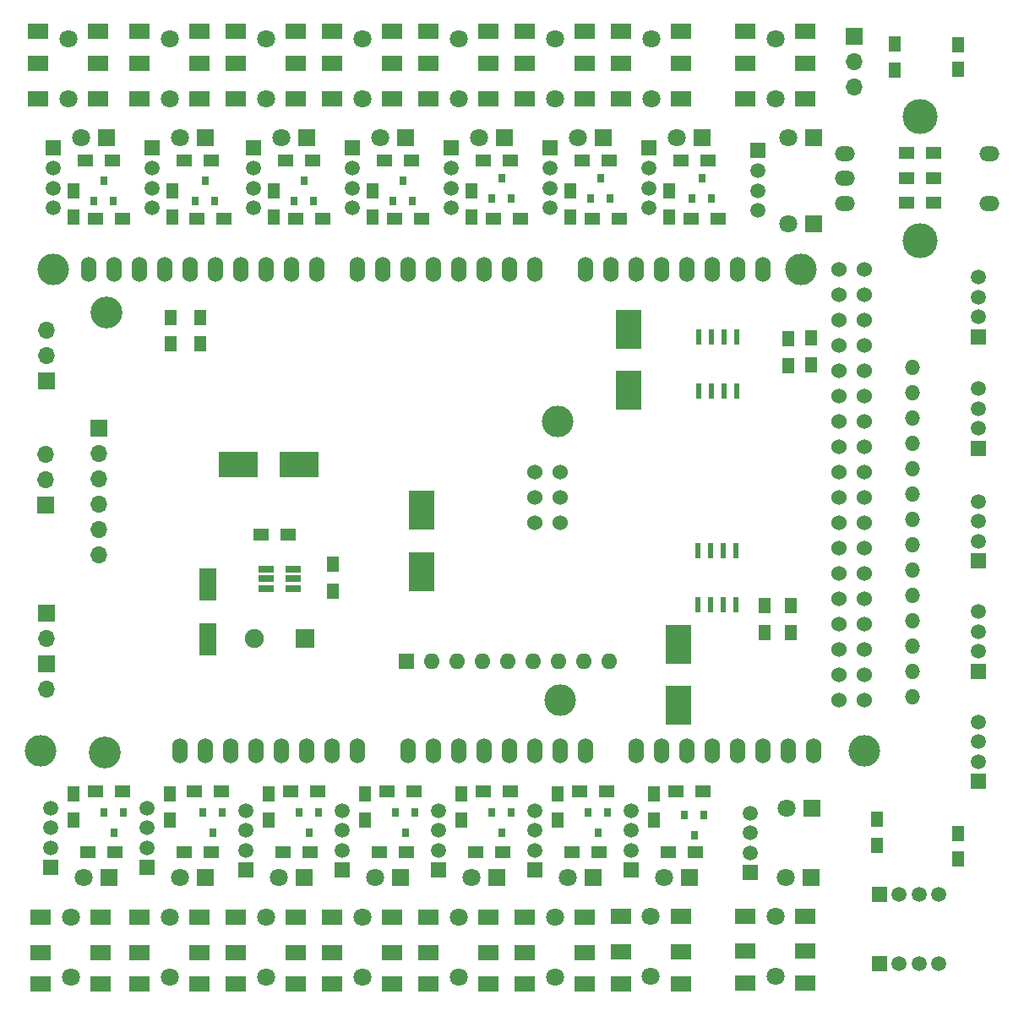
<source format=gbr>
G04 #@! TF.FileFunction,Soldermask,Bot*
%FSLAX46Y46*%
G04 Gerber Fmt 4.6, Leading zero omitted, Abs format (unit mm)*
G04 Created by KiCad (PCBNEW 4.0.6-e0-6349~53~ubuntu16.04.1) date Thu Jun 29 18:49:34 2017*
%MOMM*%
%LPD*%
G01*
G04 APERTURE LIST*
%ADD10C,0.100000*%
%ADD11R,4.000000X2.500000*%
%ADD12R,2.500000X4.000000*%
%ADD13R,1.250000X1.500000*%
%ADD14R,1.800000X1.800000*%
%ADD15C,1.800000*%
%ADD16O,1.998980X1.501140*%
%ADD17C,3.500120*%
%ADD18R,1.905000X1.905000*%
%ADD19C,1.905000*%
%ADD20R,1.700000X1.700000*%
%ADD21O,1.700000X1.700000*%
%ADD22R,1.500000X1.500000*%
%ADD23C,1.500000*%
%ADD24R,1.300000X1.500000*%
%ADD25R,1.500000X1.300000*%
%ADD26R,1.600000X1.600000*%
%ADD27O,1.600000X1.600000*%
%ADD28R,1.560000X0.650000*%
%ADD29R,0.600000X1.550000*%
%ADD30O,1.524000X1.524000*%
%ADD31R,2.000000X1.500000*%
%ADD32R,0.800100X0.899160*%
%ADD33O,1.524000X2.540000*%
%ADD34C,3.175000*%
%ADD35C,1.524000*%
%ADD36R,1.700000X3.300000*%
%ADD37C,3.200000*%
G04 APERTURE END LIST*
D10*
D11*
X145603500Y-66230500D03*
X151703500Y-66230500D03*
D12*
X163957000Y-76964000D03*
X163957000Y-70864000D03*
X184721500Y-52703000D03*
X184721500Y-58803000D03*
X189712600Y-90375200D03*
X189712600Y-84275200D03*
D13*
X217678000Y-105771000D03*
X217678000Y-103271000D03*
X217678000Y-24150000D03*
X217678000Y-26650000D03*
D14*
X132588000Y-107696000D03*
D15*
X130048000Y-107696000D03*
D14*
X142240000Y-107696000D03*
D15*
X139700000Y-107696000D03*
D14*
X152146000Y-107696000D03*
D15*
X149606000Y-107696000D03*
D14*
X161798000Y-107696000D03*
D15*
X159258000Y-107696000D03*
D14*
X171450000Y-107696000D03*
D15*
X168910000Y-107696000D03*
D14*
X181102000Y-107696000D03*
D15*
X178562000Y-107696000D03*
D14*
X190754000Y-107696000D03*
D15*
X188214000Y-107696000D03*
D14*
X132334000Y-33528000D03*
D15*
X129794000Y-33528000D03*
D14*
X142240000Y-33528000D03*
D15*
X139700000Y-33528000D03*
D14*
X152400000Y-33528000D03*
D15*
X149860000Y-33528000D03*
D14*
X162306000Y-33528000D03*
D15*
X159766000Y-33528000D03*
D14*
X172212000Y-33528000D03*
D15*
X169672000Y-33528000D03*
D14*
X182118000Y-33528000D03*
D15*
X179578000Y-33528000D03*
D14*
X192024000Y-33528000D03*
D15*
X189484000Y-33528000D03*
D14*
X203009500Y-107696000D03*
D15*
X200469500Y-107696000D03*
D14*
X203073000Y-100711000D03*
D15*
X200533000Y-100711000D03*
D14*
X203200000Y-33464500D03*
D15*
X200660000Y-33464500D03*
D14*
X203200000Y-42100500D03*
D15*
X200660000Y-42100500D03*
D16*
X206367380Y-35092640D03*
X206367380Y-37592000D03*
X206367380Y-40091360D03*
D17*
X213868000Y-31391860D03*
X213868000Y-43792140D03*
D16*
X220868240Y-35092640D03*
X220868240Y-40091360D03*
D18*
X152273000Y-83693000D03*
D19*
X147193000Y-83693000D03*
D20*
X126365000Y-81153000D03*
D21*
X126365000Y-83693000D03*
D20*
X126365000Y-86233000D03*
D21*
X126365000Y-88773000D03*
D22*
X126746000Y-106680000D03*
D23*
X126746000Y-104680000D03*
X126746000Y-102680000D03*
X126746000Y-100680000D03*
D22*
X136398000Y-106680000D03*
D23*
X136398000Y-104680000D03*
X136398000Y-102680000D03*
X136398000Y-100680000D03*
D22*
X146304000Y-106934000D03*
D23*
X146304000Y-104934000D03*
X146304000Y-102934000D03*
X146304000Y-100934000D03*
D22*
X155956000Y-106934000D03*
D23*
X155956000Y-104934000D03*
X155956000Y-102934000D03*
X155956000Y-100934000D03*
D22*
X165608000Y-106934000D03*
D23*
X165608000Y-104934000D03*
X165608000Y-102934000D03*
X165608000Y-100934000D03*
D22*
X175260000Y-106934000D03*
D23*
X175260000Y-104934000D03*
X175260000Y-102934000D03*
X175260000Y-100934000D03*
D22*
X184912000Y-106934000D03*
D23*
X184912000Y-104934000D03*
X184912000Y-102934000D03*
X184912000Y-100934000D03*
D22*
X127000000Y-34544000D03*
D23*
X127000000Y-36544000D03*
X127000000Y-38544000D03*
X127000000Y-40544000D03*
D22*
X136906000Y-34544000D03*
D23*
X136906000Y-36544000D03*
X136906000Y-38544000D03*
X136906000Y-40544000D03*
D22*
X147066000Y-34544000D03*
D23*
X147066000Y-36544000D03*
X147066000Y-38544000D03*
X147066000Y-40544000D03*
D22*
X156972000Y-34544000D03*
D23*
X156972000Y-36544000D03*
X156972000Y-38544000D03*
X156972000Y-40544000D03*
D22*
X166878000Y-34544000D03*
D23*
X166878000Y-36544000D03*
X166878000Y-38544000D03*
X166878000Y-40544000D03*
D22*
X176784000Y-34544000D03*
D23*
X176784000Y-36544000D03*
X176784000Y-38544000D03*
X176784000Y-40544000D03*
D22*
X186690000Y-34544000D03*
D23*
X186690000Y-36544000D03*
X186690000Y-38544000D03*
X186690000Y-40544000D03*
D22*
X196850000Y-107188000D03*
D23*
X196850000Y-105188000D03*
X196850000Y-103188000D03*
X196850000Y-101188000D03*
D22*
X197612000Y-34798000D03*
D23*
X197612000Y-36798000D03*
X197612000Y-38798000D03*
X197612000Y-40798000D03*
D20*
X126365000Y-57912000D03*
D21*
X126365000Y-55372000D03*
X126365000Y-52832000D03*
D20*
X126238000Y-70358000D03*
D21*
X126238000Y-67818000D03*
X126238000Y-65278000D03*
D20*
X207264000Y-23368000D03*
D21*
X207264000Y-25908000D03*
X207264000Y-28448000D03*
D24*
X129032000Y-99234000D03*
X129032000Y-101934000D03*
D25*
X133938000Y-99060000D03*
X131238000Y-99060000D03*
X130476000Y-105156000D03*
X133176000Y-105156000D03*
D24*
X138684000Y-99234000D03*
X138684000Y-101934000D03*
D25*
X143844000Y-99060000D03*
X141144000Y-99060000D03*
X140128000Y-105156000D03*
X142828000Y-105156000D03*
D24*
X148590000Y-99234000D03*
X148590000Y-101934000D03*
D25*
X153496000Y-99060000D03*
X150796000Y-99060000D03*
X150034000Y-105156000D03*
X152734000Y-105156000D03*
D24*
X158242000Y-99234000D03*
X158242000Y-101934000D03*
D25*
X163148000Y-99060000D03*
X160448000Y-99060000D03*
X159686000Y-105156000D03*
X162386000Y-105156000D03*
D24*
X167894000Y-99234000D03*
X167894000Y-101934000D03*
D25*
X172800000Y-99060000D03*
X170100000Y-99060000D03*
X169338000Y-105156000D03*
X172038000Y-105156000D03*
D24*
X177546000Y-99234000D03*
X177546000Y-101934000D03*
D25*
X182452000Y-99060000D03*
X179752000Y-99060000D03*
X178990000Y-105156000D03*
X181690000Y-105156000D03*
D24*
X187198000Y-99234000D03*
X187198000Y-101934000D03*
D25*
X192104000Y-99060000D03*
X189404000Y-99060000D03*
X188642000Y-105156000D03*
X191342000Y-105156000D03*
X147875000Y-73279000D03*
X150575000Y-73279000D03*
D24*
X155067000Y-78947000D03*
X155067000Y-76247000D03*
X129032000Y-41482000D03*
X129032000Y-38782000D03*
D25*
X133938000Y-41656000D03*
X131238000Y-41656000D03*
X130222000Y-35814000D03*
X132922000Y-35814000D03*
D24*
X138938000Y-41482000D03*
X138938000Y-38782000D03*
D25*
X144098000Y-41656000D03*
X141398000Y-41656000D03*
X140128000Y-35814000D03*
X142828000Y-35814000D03*
D24*
X149098000Y-41482000D03*
X149098000Y-38782000D03*
D25*
X154004000Y-41656000D03*
X151304000Y-41656000D03*
X150288000Y-35814000D03*
X152988000Y-35814000D03*
D24*
X159004000Y-41482000D03*
X159004000Y-38782000D03*
D25*
X163910000Y-41656000D03*
X161210000Y-41656000D03*
X160194000Y-35814000D03*
X162894000Y-35814000D03*
D24*
X168910000Y-41482000D03*
X168910000Y-38782000D03*
D25*
X173816000Y-41656000D03*
X171116000Y-41656000D03*
X170100000Y-35814000D03*
X172800000Y-35814000D03*
D24*
X178816000Y-41482000D03*
X178816000Y-38782000D03*
D25*
X183722000Y-41656000D03*
X181022000Y-41656000D03*
X180006000Y-35814000D03*
X182706000Y-35814000D03*
D24*
X188722000Y-41482000D03*
X188722000Y-38782000D03*
D25*
X193628000Y-41656000D03*
X190928000Y-41656000D03*
X189912000Y-35814000D03*
X192612000Y-35814000D03*
D24*
X200914000Y-83074500D03*
X200914000Y-80374500D03*
X198310500Y-80374500D03*
X198310500Y-83074500D03*
D26*
X162433000Y-85979000D03*
D27*
X164973000Y-85979000D03*
X167513000Y-85979000D03*
X170053000Y-85979000D03*
X172593000Y-85979000D03*
X175133000Y-85979000D03*
X177673000Y-85979000D03*
X180213000Y-85979000D03*
X182753000Y-85979000D03*
D24*
X200660000Y-53641000D03*
X200660000Y-56341000D03*
X202946000Y-56277500D03*
X202946000Y-53577500D03*
X209550000Y-104474000D03*
X209550000Y-101774000D03*
X211328000Y-24050000D03*
X211328000Y-26750000D03*
D28*
X148383000Y-78674000D03*
X148383000Y-77724000D03*
X148383000Y-76774000D03*
X151083000Y-76774000D03*
X151083000Y-78674000D03*
X151083000Y-77724000D03*
D29*
X195453000Y-80297000D03*
X194183000Y-80297000D03*
X192913000Y-80297000D03*
X191643000Y-80297000D03*
X191643000Y-74897000D03*
X192913000Y-74897000D03*
X194183000Y-74897000D03*
X195453000Y-74897000D03*
X191706500Y-53497500D03*
X192976500Y-53497500D03*
X194246500Y-53497500D03*
X195516500Y-53497500D03*
X195516500Y-58897500D03*
X194246500Y-58897500D03*
X192976500Y-58897500D03*
X191706500Y-58897500D03*
D30*
X213179000Y-89525500D03*
X213179000Y-86985500D03*
X213179000Y-84445500D03*
X213179000Y-81905500D03*
X213179000Y-79365500D03*
X213179000Y-76825500D03*
X213179000Y-74285500D03*
X213179000Y-71745500D03*
X213179000Y-69205500D03*
X213179000Y-66665500D03*
X213179000Y-64125500D03*
X213179000Y-61585500D03*
X213179000Y-59045500D03*
X213179000Y-56505500D03*
D20*
X131572000Y-62611000D03*
D21*
X131572000Y-65151000D03*
X131572000Y-67691000D03*
X131572000Y-70231000D03*
X131572000Y-72771000D03*
X131572000Y-75311000D03*
D22*
X219710000Y-64643000D03*
D23*
X219710000Y-62643000D03*
X219710000Y-60643000D03*
X219710000Y-58643000D03*
D22*
X219710000Y-75946000D03*
D23*
X219710000Y-73946000D03*
X219710000Y-71946000D03*
X219710000Y-69946000D03*
D22*
X219710000Y-86995000D03*
D23*
X219710000Y-84995000D03*
X219710000Y-82995000D03*
X219710000Y-80995000D03*
D22*
X209804000Y-116332000D03*
D23*
X211804000Y-116332000D03*
X213804000Y-116332000D03*
X215804000Y-116332000D03*
D31*
X131778000Y-111664000D03*
X125778000Y-111664000D03*
X125778000Y-115164000D03*
X131778000Y-118364000D03*
D15*
X128778000Y-111664000D03*
D31*
X131778000Y-115164000D03*
X125778000Y-118364000D03*
D15*
X128778000Y-117664000D03*
D31*
X141684000Y-111664000D03*
X135684000Y-111664000D03*
X135684000Y-115164000D03*
X141684000Y-118364000D03*
D15*
X138684000Y-111664000D03*
D31*
X141684000Y-115164000D03*
X135684000Y-118364000D03*
D15*
X138684000Y-117664000D03*
D31*
X151336000Y-111664000D03*
X145336000Y-111664000D03*
X145336000Y-115164000D03*
X151336000Y-118364000D03*
D15*
X148336000Y-111664000D03*
D31*
X151336000Y-115164000D03*
X145336000Y-118364000D03*
D15*
X148336000Y-117664000D03*
D31*
X160988000Y-111664000D03*
X154988000Y-111664000D03*
X154988000Y-115164000D03*
X160988000Y-118364000D03*
D15*
X157988000Y-111664000D03*
D31*
X160988000Y-115164000D03*
X154988000Y-118364000D03*
D15*
X157988000Y-117664000D03*
D31*
X170640000Y-111664000D03*
X164640000Y-111664000D03*
X164640000Y-115164000D03*
X170640000Y-118364000D03*
D15*
X167640000Y-111664000D03*
D31*
X170640000Y-115164000D03*
X164640000Y-118364000D03*
D15*
X167640000Y-117664000D03*
D31*
X180292000Y-111664000D03*
X174292000Y-111664000D03*
X174292000Y-115164000D03*
X180292000Y-118364000D03*
D15*
X177292000Y-111664000D03*
D31*
X180292000Y-115164000D03*
X174292000Y-118364000D03*
D15*
X177292000Y-117664000D03*
D31*
X189918600Y-111587800D03*
X183918600Y-111587800D03*
X183918600Y-115087800D03*
X189918600Y-118287800D03*
D15*
X186918600Y-111587800D03*
D31*
X189918600Y-115087800D03*
X183918600Y-118287800D03*
D15*
X186918600Y-117587800D03*
D31*
X125524000Y-29560000D03*
X131524000Y-29560000D03*
X131524000Y-26060000D03*
X125524000Y-22860000D03*
D15*
X128524000Y-29560000D03*
D31*
X125524000Y-26060000D03*
X131524000Y-22860000D03*
D15*
X128524000Y-23560000D03*
D31*
X135684000Y-29560000D03*
X141684000Y-29560000D03*
X141684000Y-26060000D03*
X135684000Y-22860000D03*
D15*
X138684000Y-29560000D03*
D31*
X135684000Y-26060000D03*
X141684000Y-22860000D03*
D15*
X138684000Y-23560000D03*
D31*
X145336000Y-29560000D03*
X151336000Y-29560000D03*
X151336000Y-26060000D03*
X145336000Y-22860000D03*
D15*
X148336000Y-29560000D03*
D31*
X145336000Y-26060000D03*
X151336000Y-22860000D03*
D15*
X148336000Y-23560000D03*
D31*
X154988000Y-29560000D03*
X160988000Y-29560000D03*
X160988000Y-26060000D03*
X154988000Y-22860000D03*
D15*
X157988000Y-29560000D03*
D31*
X154988000Y-26060000D03*
X160988000Y-22860000D03*
D15*
X157988000Y-23560000D03*
D31*
X164640000Y-29560000D03*
X170640000Y-29560000D03*
X170640000Y-26060000D03*
X164640000Y-22860000D03*
D15*
X167640000Y-29560000D03*
D31*
X164640000Y-26060000D03*
X170640000Y-22860000D03*
D15*
X167640000Y-23560000D03*
D31*
X174292000Y-29560000D03*
X180292000Y-29560000D03*
X180292000Y-26060000D03*
X174292000Y-22860000D03*
D15*
X177292000Y-29560000D03*
D31*
X174292000Y-26060000D03*
X180292000Y-22860000D03*
D15*
X177292000Y-23560000D03*
D31*
X183944000Y-29560000D03*
X189944000Y-29560000D03*
X189944000Y-26060000D03*
X183944000Y-22860000D03*
D15*
X186944000Y-29560000D03*
D31*
X183944000Y-26060000D03*
X189944000Y-22860000D03*
D15*
X186944000Y-23560000D03*
D31*
X202390000Y-111562400D03*
X196390000Y-111562400D03*
X196390000Y-115062400D03*
X202390000Y-118262400D03*
D15*
X199390000Y-111562400D03*
D31*
X202390000Y-115062400D03*
X196390000Y-118262400D03*
D15*
X199390000Y-117562400D03*
D31*
X196390000Y-29560000D03*
X202390000Y-29560000D03*
X202390000Y-26060000D03*
X196390000Y-22860000D03*
D15*
X199390000Y-29560000D03*
D31*
X196390000Y-26060000D03*
X202390000Y-22860000D03*
D15*
X199390000Y-23560000D03*
D32*
X133096000Y-103207820D03*
X132146040Y-101107240D03*
X134045960Y-101107240D03*
X143002000Y-103207820D03*
X142052040Y-101107240D03*
X143951960Y-101107240D03*
X152654000Y-103207820D03*
X151704040Y-101107240D03*
X153603960Y-101107240D03*
X162306000Y-103207820D03*
X161356040Y-101107240D03*
X163255960Y-101107240D03*
X171958000Y-103207820D03*
X171008040Y-101107240D03*
X172907960Y-101107240D03*
X181610000Y-103207820D03*
X180660040Y-101107240D03*
X182559960Y-101107240D03*
X191262000Y-103461820D03*
X190312040Y-101361240D03*
X192211960Y-101361240D03*
X132080000Y-37762180D03*
X133029960Y-39862760D03*
X131130040Y-39862760D03*
X142240000Y-37762180D03*
X143189960Y-39862760D03*
X141290040Y-39862760D03*
X152146000Y-37762180D03*
X153095960Y-39862760D03*
X151196040Y-39862760D03*
X162052000Y-37762180D03*
X163001960Y-39862760D03*
X161102040Y-39862760D03*
X171958000Y-37508180D03*
X172907960Y-39608760D03*
X171008040Y-39608760D03*
X181864000Y-37508180D03*
X182813960Y-39608760D03*
X180914040Y-39608760D03*
X192024000Y-37508180D03*
X192973960Y-39608760D03*
X191074040Y-39608760D03*
D33*
X180340000Y-46736000D03*
X182880000Y-46736000D03*
X185420000Y-46736000D03*
X187960000Y-46736000D03*
X190500000Y-46736000D03*
X193040000Y-46736000D03*
X195580000Y-46736000D03*
X198120000Y-46736000D03*
X203200000Y-94996000D03*
X200660000Y-94996000D03*
X198120000Y-94996000D03*
X195580000Y-94996000D03*
X185420000Y-94996000D03*
X180340000Y-94996000D03*
X177800000Y-94996000D03*
X187960000Y-94996000D03*
X190500000Y-94996000D03*
X193040000Y-94996000D03*
X175260000Y-94996000D03*
X172720000Y-94996000D03*
X170180000Y-94996000D03*
X162560000Y-94996000D03*
X165100000Y-94996000D03*
X167640000Y-94996000D03*
X157480000Y-94996000D03*
X154940000Y-94996000D03*
X152400000Y-94996000D03*
X147320000Y-94996000D03*
X144780000Y-94996000D03*
X175260000Y-46736000D03*
X172720000Y-46736000D03*
X170180000Y-46736000D03*
X167640000Y-46736000D03*
X165100000Y-46736000D03*
X162560000Y-46736000D03*
X160020000Y-46736000D03*
X157480000Y-46736000D03*
X153416000Y-46736000D03*
X150876000Y-46736000D03*
X148336000Y-46736000D03*
X145796000Y-46736000D03*
X143256000Y-46736000D03*
X140716000Y-46736000D03*
X138176000Y-46736000D03*
X135636000Y-46736000D03*
X149860000Y-94996000D03*
D34*
X208280000Y-94996000D03*
X201930000Y-46736000D03*
X127000000Y-46736000D03*
X125730000Y-94996000D03*
D35*
X205740000Y-49276000D03*
X208280000Y-49276000D03*
X205740000Y-51816000D03*
X208280000Y-51816000D03*
X205740000Y-54356000D03*
X208280000Y-54356000D03*
X205740000Y-56896000D03*
X208280000Y-56896000D03*
X205740000Y-46736000D03*
X208280000Y-46736000D03*
X208280000Y-59436000D03*
X205740000Y-59436000D03*
X205740000Y-61976000D03*
X208280000Y-61976000D03*
X205740000Y-64516000D03*
X208280000Y-64516000D03*
X205740000Y-67056000D03*
X208280000Y-67056000D03*
X205740000Y-69596000D03*
X208280000Y-69596000D03*
X205740000Y-72136000D03*
X208280000Y-72136000D03*
X205740000Y-74676000D03*
X208280000Y-74676000D03*
X205740000Y-77216000D03*
X208280000Y-77216000D03*
X205740000Y-79756000D03*
X208280000Y-79756000D03*
X205740000Y-82296000D03*
X208280000Y-82296000D03*
X205740000Y-84836000D03*
X208280000Y-84836000D03*
X205740000Y-87376000D03*
X208280000Y-87376000D03*
X205740000Y-89916000D03*
X208280000Y-89916000D03*
X175260000Y-67056000D03*
X177800000Y-67056000D03*
X175260000Y-69596000D03*
X177800000Y-69596000D03*
X175260000Y-72136000D03*
X177800000Y-72136000D03*
D34*
X177546000Y-61976000D03*
X177800000Y-89916000D03*
D33*
X142240000Y-94996000D03*
X139700000Y-94996000D03*
X133096000Y-46736000D03*
X130556000Y-46736000D03*
D36*
X142494000Y-83776000D03*
X142494000Y-78276000D03*
D22*
X219710000Y-53467000D03*
D23*
X219710000Y-51467000D03*
X219710000Y-49467000D03*
X219710000Y-47467000D03*
D22*
X219710000Y-98044000D03*
D23*
X219710000Y-96044000D03*
X219710000Y-94044000D03*
X219710000Y-92044000D03*
D22*
X209804000Y-109347000D03*
D23*
X211804000Y-109347000D03*
X213804000Y-109347000D03*
X215804000Y-109347000D03*
D25*
X215218000Y-37592000D03*
X212518000Y-37592000D03*
X215218000Y-35052000D03*
X212518000Y-35052000D03*
X212518000Y-40005000D03*
X215218000Y-40005000D03*
D37*
X132334000Y-51054000D03*
X132207000Y-95123000D03*
D24*
X141732000Y-54182000D03*
X141732000Y-51482000D03*
X138811000Y-54182000D03*
X138811000Y-51482000D03*
M02*

</source>
